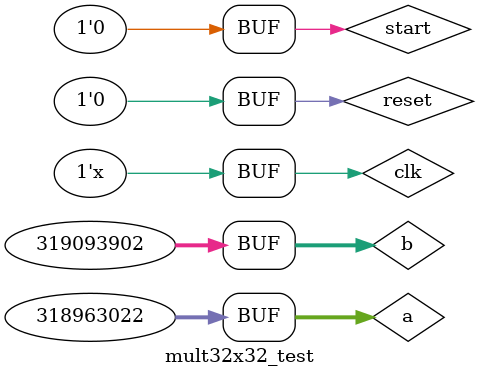
<source format=sv>
module mult32x32_test;

    logic clk;            // Clock
    logic reset;          // Reset
    logic start;          // Start signal
    logic [31:0] a;       // Input a
    logic [31:0] b;       // Input b
    logic busy;           // Multiplier busy indication
    logic [63:0] product; // Miltiplication product

// Put your code here
// ------------------
mult32x32 mult_test(
		.clk(clk),
		.reset(reset),
		.start(start),
		.a(a),
		.b(b),
		.busy(busy),
		.product(product)
		);
initial begin
	clk=1'b1;
	reset=1'b1;
	start=1'b0;
	a={32{1'b0}};
	b={32{1'b0}};
	#40
	reset=1'b0;
	#10
	a=318963022;
	b=319093902;
	start=1'b1;
	#60
	start=1'b0;
	end
always begin
	#10
	clk=~clk;
	end
// End of your code

endmodule

</source>
